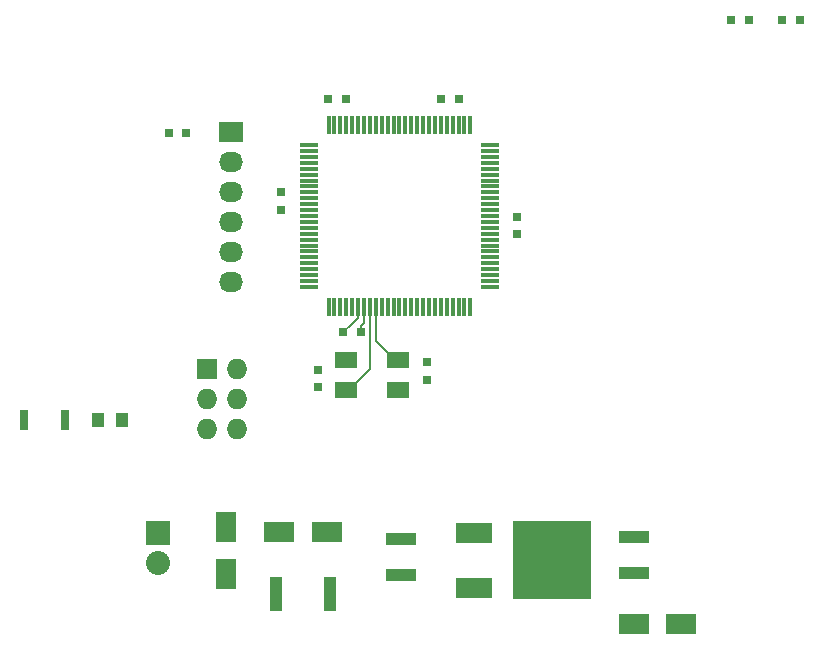
<source format=gtl>
%TF.GenerationSoftware,KiCad,Pcbnew,4.0.4+e1-6308~48~ubuntu16.04.1-stable*%
%TF.CreationDate,2017-01-06T13:21:20-08:00*%
%TF.ProjectId,atmega2560,61746D656761323536302E6B69636164,v1.0*%
%TF.FileFunction,Copper,L1,Top,Signal*%
%FSLAX46Y46*%
G04 Gerber Fmt 4.6, Leading zero omitted, Abs format (unit mm)*
G04 Created by KiCad (PCBNEW 4.0.4+e1-6308~48~ubuntu16.04.1-stable) date Fri Jan  6 13:21:20 2017*
%MOMM*%
%LPD*%
G01*
G04 APERTURE LIST*
%ADD10C,0.350000*%
%ADD11R,2.500000X1.000000*%
%ADD12R,0.800000X0.750000*%
%ADD13R,0.750000X0.800000*%
%ADD14R,1.800860X2.499360*%
%ADD15R,2.499360X1.800860*%
%ADD16R,1.000000X3.000000*%
%ADD17R,2.032000X2.032000*%
%ADD18O,2.032000X2.032000*%
%ADD19R,2.032000X1.727200*%
%ADD20O,2.032000X1.727200*%
%ADD21R,1.727200X1.727200*%
%ADD22O,1.727200X1.727200*%
%ADD23R,1.000000X1.250000*%
%ADD24R,0.800000X1.700000*%
%ADD25R,3.048000X1.651000*%
%ADD26R,6.700520X6.700520*%
%ADD27R,1.500000X0.300000*%
%ADD28R,0.300000X1.500000*%
%ADD29R,1.905000X1.397000*%
%ADD30C,0.152400*%
%ADD31C,0.350000*%
G04 APERTURE END LIST*
D10*
D11*
X143357600Y-132181600D03*
X143357600Y-129181600D03*
D12*
X125171200Y-94792800D03*
X123671200Y-94792800D03*
D11*
X163068000Y-132029200D03*
X163068000Y-129029200D03*
D13*
X136347200Y-116332000D03*
X136347200Y-114832000D03*
X145542000Y-114198400D03*
X145542000Y-115698400D03*
D12*
X138684000Y-91948000D03*
X137184000Y-91948000D03*
D13*
X153162000Y-103378000D03*
X153162000Y-101878000D03*
D12*
X138454000Y-111633000D03*
X139954000Y-111633000D03*
D13*
X133146800Y-99771200D03*
X133146800Y-101271200D03*
D12*
X148234400Y-91897200D03*
X146734400Y-91897200D03*
D14*
X128524000Y-128132840D03*
X128524000Y-132130800D03*
D15*
X137058400Y-128574800D03*
X133060440Y-128574800D03*
X167065960Y-136347200D03*
X163068000Y-136347200D03*
D16*
X132740400Y-133807200D03*
X137340400Y-133807200D03*
D17*
X122783600Y-128625600D03*
D18*
X122783600Y-131165600D03*
D19*
X128930400Y-94691200D03*
D20*
X128930400Y-97231200D03*
X128930400Y-99771200D03*
X128930400Y-102311200D03*
X128930400Y-104851200D03*
X128930400Y-107391200D03*
D21*
X126949200Y-114757200D03*
D22*
X129489200Y-114757200D03*
X126949200Y-117297200D03*
X129489200Y-117297200D03*
X126949200Y-119837200D03*
X129489200Y-119837200D03*
D12*
X177088800Y-85191600D03*
X175588800Y-85191600D03*
X171297600Y-85191600D03*
X172797600Y-85191600D03*
D23*
X119684800Y-119075200D03*
X117684800Y-119075200D03*
D24*
X114858800Y-119075200D03*
X111458800Y-119075200D03*
D25*
X149504400Y-128676400D03*
D26*
X156154120Y-130977640D03*
D25*
X149504400Y-133278880D03*
D27*
X135518001Y-95816001D03*
X135518001Y-96316001D03*
X135518001Y-96816001D03*
X135518001Y-97316001D03*
X135518001Y-97816001D03*
X135518001Y-98316001D03*
X135518001Y-98816001D03*
X135518001Y-99316001D03*
X135518001Y-99816001D03*
X135518001Y-100316001D03*
X135518001Y-100816001D03*
X135518001Y-101316001D03*
X135518001Y-101816001D03*
X135518001Y-102316001D03*
X135518001Y-102816001D03*
X135518001Y-103316001D03*
X135518001Y-103816001D03*
X135518001Y-104316001D03*
X135518001Y-104816001D03*
X135518001Y-105316001D03*
X135518001Y-105816001D03*
X135518001Y-106316001D03*
X135518001Y-106816001D03*
X135518001Y-107316001D03*
X135518001Y-107816001D03*
D28*
X137218001Y-109516001D03*
X137718001Y-109516001D03*
X138218001Y-109516001D03*
X138718001Y-109516001D03*
X139218001Y-109516001D03*
X139718001Y-109516001D03*
X140218001Y-109516001D03*
X140718001Y-109516001D03*
X141218001Y-109516001D03*
X141718001Y-109516001D03*
X142218001Y-109516001D03*
X142718001Y-109516001D03*
X143218001Y-109516001D03*
X143718001Y-109516001D03*
X144218001Y-109516001D03*
X144718001Y-109516001D03*
X145218001Y-109516001D03*
X145718001Y-109516001D03*
X146218001Y-109516001D03*
X146718001Y-109516001D03*
X147218001Y-109516001D03*
X147718001Y-109516001D03*
X148218001Y-109516001D03*
X148718001Y-109516001D03*
X149218001Y-109516001D03*
D27*
X150918001Y-107816001D03*
X150918001Y-107316001D03*
X150918001Y-106816001D03*
X150918001Y-106316001D03*
X150918001Y-105816001D03*
X150918001Y-105316001D03*
X150918001Y-104816001D03*
X150918001Y-104316001D03*
X150918001Y-103816001D03*
X150918001Y-103316001D03*
X150918001Y-102816001D03*
X150918001Y-102316001D03*
X150918001Y-101816001D03*
X150918001Y-101316001D03*
X150918001Y-100816001D03*
X150918001Y-100316001D03*
X150918001Y-99816001D03*
X150918001Y-99316001D03*
X150918001Y-98816001D03*
X150918001Y-98316001D03*
X150918001Y-97816001D03*
X150918001Y-97316001D03*
X150918001Y-96816001D03*
X150918001Y-96316001D03*
X150918001Y-95816001D03*
D28*
X149218001Y-94116001D03*
X148718001Y-94116001D03*
X148218001Y-94116001D03*
X147718001Y-94116001D03*
X147218001Y-94116001D03*
X146718001Y-94116001D03*
X146218001Y-94116001D03*
X145718001Y-94116001D03*
X145218001Y-94116001D03*
X144718001Y-94116001D03*
X144218001Y-94116001D03*
X143718001Y-94116001D03*
X143218001Y-94116001D03*
X142718001Y-94116001D03*
X142218001Y-94116001D03*
X141718001Y-94116001D03*
X141218001Y-94116001D03*
X140718001Y-94116001D03*
X140218001Y-94116001D03*
X139718001Y-94116001D03*
X139218001Y-94116001D03*
X138718001Y-94116001D03*
X138218001Y-94116001D03*
X137718001Y-94116001D03*
X137218001Y-94116001D03*
D29*
X143129000Y-114046000D03*
X138658600Y-114046000D03*
X143129000Y-116535200D03*
X138658600Y-116535200D03*
D30*
X139954000Y-111633000D02*
X139954000Y-111105600D01*
X139954000Y-111105600D02*
X140218001Y-110841599D01*
X140218001Y-110841599D02*
X140218001Y-110418401D01*
X140218001Y-110418401D02*
X140218001Y-109516001D01*
X140718001Y-109516001D02*
X140718001Y-114729799D01*
X140718001Y-114729799D02*
X138912600Y-116535200D01*
X138912600Y-116535200D02*
X138658600Y-116535200D01*
X141218001Y-109516001D02*
X141218001Y-112389001D01*
X141218001Y-112389001D02*
X142875000Y-114046000D01*
X142875000Y-114046000D02*
X143129000Y-114046000D01*
X139189202Y-110947200D02*
X139164800Y-110947200D01*
X139164800Y-110947200D02*
X138479000Y-111633000D01*
X138479000Y-111633000D02*
X138454000Y-111633000D01*
X139718001Y-109516001D02*
X139718001Y-110418401D01*
X139718001Y-110418401D02*
X139189202Y-110947200D01*
D31*
X122783600Y-128625600D03*
X122783600Y-131165600D03*
X128930400Y-94691200D03*
X128930400Y-97231200D03*
X128930400Y-99771200D03*
X128930400Y-102311200D03*
X128930400Y-104851200D03*
X128930400Y-107391200D03*
X126949200Y-114757200D03*
X129489200Y-114757200D03*
X126949200Y-117297200D03*
X129489200Y-117297200D03*
X126949200Y-119837200D03*
X129489200Y-119837200D03*
M02*

</source>
